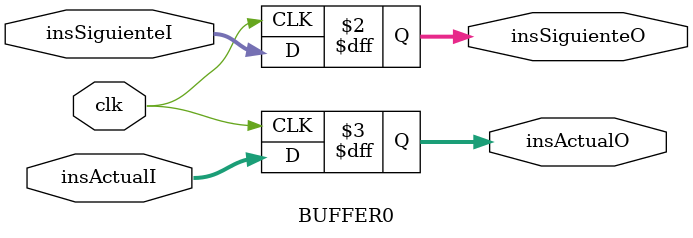
<source format=v>
module BUFFER0(
	input clk, 
	input [31:0]insSiguienteI,insActualI,
	output reg [31:0]insSiguienteO,insActualO
);

always @(posedge clk)
begin
	insSiguienteO = insSiguienteI;
	insActualO = insActualI;
end

endmodule

</source>
